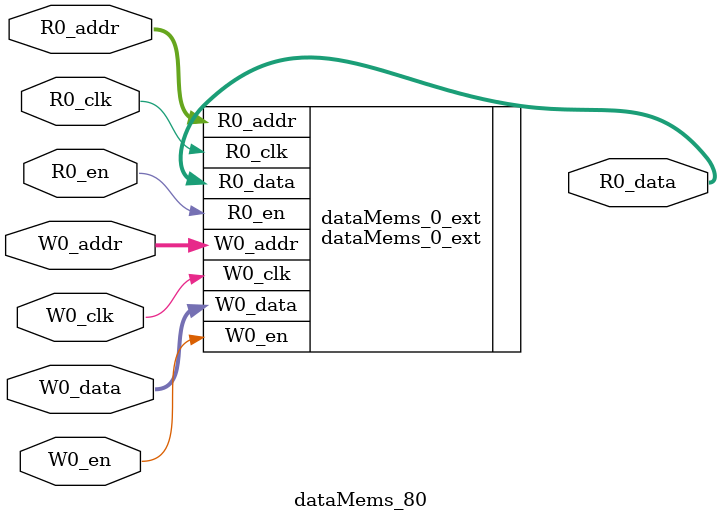
<source format=sv>
`ifndef RANDOMIZE
  `ifdef RANDOMIZE_REG_INIT
    `define RANDOMIZE
  `endif // RANDOMIZE_REG_INIT
`endif // not def RANDOMIZE
`ifndef RANDOMIZE
  `ifdef RANDOMIZE_MEM_INIT
    `define RANDOMIZE
  `endif // RANDOMIZE_MEM_INIT
`endif // not def RANDOMIZE

`ifndef RANDOM
  `define RANDOM $random
`endif // not def RANDOM

// Users can define 'PRINTF_COND' to add an extra gate to prints.
`ifndef PRINTF_COND_
  `ifdef PRINTF_COND
    `define PRINTF_COND_ (`PRINTF_COND)
  `else  // PRINTF_COND
    `define PRINTF_COND_ 1
  `endif // PRINTF_COND
`endif // not def PRINTF_COND_

// Users can define 'ASSERT_VERBOSE_COND' to add an extra gate to assert error printing.
`ifndef ASSERT_VERBOSE_COND_
  `ifdef ASSERT_VERBOSE_COND
    `define ASSERT_VERBOSE_COND_ (`ASSERT_VERBOSE_COND)
  `else  // ASSERT_VERBOSE_COND
    `define ASSERT_VERBOSE_COND_ 1
  `endif // ASSERT_VERBOSE_COND
`endif // not def ASSERT_VERBOSE_COND_

// Users can define 'STOP_COND' to add an extra gate to stop conditions.
`ifndef STOP_COND_
  `ifdef STOP_COND
    `define STOP_COND_ (`STOP_COND)
  `else  // STOP_COND
    `define STOP_COND_ 1
  `endif // STOP_COND
`endif // not def STOP_COND_

// Users can define INIT_RANDOM as general code that gets injected into the
// initializer block for modules with registers.
`ifndef INIT_RANDOM
  `define INIT_RANDOM
`endif // not def INIT_RANDOM

// If using random initialization, you can also define RANDOMIZE_DELAY to
// customize the delay used, otherwise 0.002 is used.
`ifndef RANDOMIZE_DELAY
  `define RANDOMIZE_DELAY 0.002
`endif // not def RANDOMIZE_DELAY

// Define INIT_RANDOM_PROLOG_ for use in our modules below.
`ifndef INIT_RANDOM_PROLOG_
  `ifdef RANDOMIZE
    `ifdef VERILATOR
      `define INIT_RANDOM_PROLOG_ `INIT_RANDOM
    `else  // VERILATOR
      `define INIT_RANDOM_PROLOG_ `INIT_RANDOM #`RANDOMIZE_DELAY begin end
    `endif // VERILATOR
  `else  // RANDOMIZE
    `define INIT_RANDOM_PROLOG_
  `endif // RANDOMIZE
`endif // not def INIT_RANDOM_PROLOG_

// Include register initializers in init blocks unless synthesis is set
`ifndef SYNTHESIS
  `ifndef ENABLE_INITIAL_REG_
    `define ENABLE_INITIAL_REG_
  `endif // not def ENABLE_INITIAL_REG_
`endif // not def SYNTHESIS

// Include rmemory initializers in init blocks unless synthesis is set
`ifndef SYNTHESIS
  `ifndef ENABLE_INITIAL_MEM_
    `define ENABLE_INITIAL_MEM_
  `endif // not def ENABLE_INITIAL_MEM_
`endif // not def SYNTHESIS

module dataMems_80(	// @[generators/ara/src/main/scala/UnsafeAXI4ToTL.scala:365:62]
  input  [4:0]   R0_addr,
  input          R0_en,
  input          R0_clk,
  output [258:0] R0_data,
  input  [4:0]   W0_addr,
  input          W0_en,
  input          W0_clk,
  input  [258:0] W0_data
);

  dataMems_0_ext dataMems_0_ext (	// @[generators/ara/src/main/scala/UnsafeAXI4ToTL.scala:365:62]
    .R0_addr (R0_addr),
    .R0_en   (R0_en),
    .R0_clk  (R0_clk),
    .R0_data (R0_data),
    .W0_addr (W0_addr),
    .W0_en   (W0_en),
    .W0_clk  (W0_clk),
    .W0_data (W0_data)
  );
endmodule


</source>
